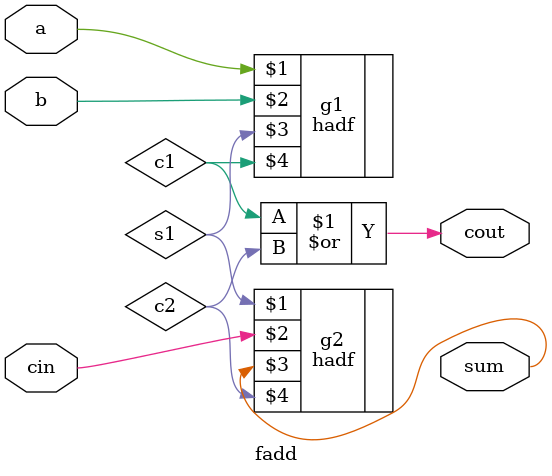
<source format=v>
`include "hadf.v"
module fadd(a,b,cin,sum,cout);
input a,b,cin;
output sum,cout;
wire s1,c1,c2;
hadf g1(a,b,s1,c1);
hadf g2(s1,cin,sum,c2);
assign cout=c1|c2;
endmodule



</source>
